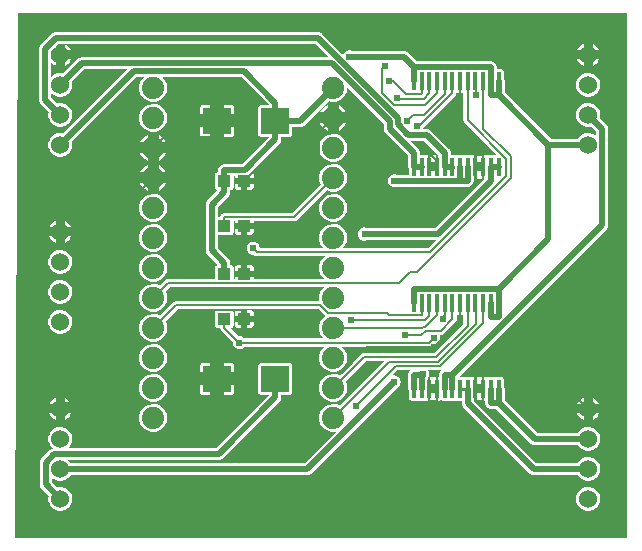
<source format=gtl>
G04 ---------------------------- Layer name :TOP LAYER*
G04 easyEDA 0.1*
G04 Scale: 100 percent, Rotated: No, Reflected: No *
G04 Dimensions in inches *
G04 leading zeros omitted , absolute positions ,2 integer and 4 * 
%FSLAX24Y24*%
%MOIN*%
G90*
G70D02*

%ADD10C,0.010000*%
%ADD11C,0.008000*%
%ADD12C,0.020000*%
%ADD13C,0.015580*%
%ADD14C,0.024000*%
%ADD15R,0.015700X0.059100*%
%ADD16R,0.093300X0.087800*%
%ADD17R,0.043300X0.039400*%
%ADD18C,0.074000*%
%ADD20C,0.060000*%

%LPD*%
%LNCopperArea outer*%
G36*
G01X0Y17800D02*
G01X100Y35300D01*
G01X20400Y35300D01*
G01X20400Y17800D01*
G01X0Y17800D01*
G37*

%LPC*%
%LNCopper Hole*%
G36*
G01X18731Y34050D02*
G01X18950Y34050D01*
G01X18950Y34265D01*
G01X18900Y34246D01*
G01X18806Y34171D01*
G01X18739Y34073D01*
G01X18731Y34050D01*
G37*
G36*
G01X19130Y20702D02*
G01X19246Y20728D01*
G01X19350Y20788D01*
G01X19430Y20873D01*
G01X19481Y20982D01*
G01X19500Y21100D01*
G01X19481Y21217D01*
G01X19430Y21326D01*
G01X19350Y21411D01*
G01X19246Y21471D01*
G01X19130Y21498D01*
G01X19010Y21490D01*
G01X18900Y21446D01*
G01X18806Y21371D01*
G01X18757Y21300D01*
G01X17396Y21300D01*
G01X16310Y22388D01*
G01X16310Y22769D01*
G01X16288Y22855D01*
G01X16288Y23065D01*
G01X16284Y23096D01*
G01X16268Y23123D01*
G01X16246Y23146D01*
G01X16218Y23161D01*
G01X16188Y23165D01*
G01X16030Y23165D01*
G01X16000Y23161D01*
G01X15980Y23150D01*
G01X15957Y23161D01*
G01X15927Y23165D01*
G01X15769Y23165D01*
G01X15739Y23161D01*
G01X15723Y23152D01*
G01X15707Y23161D01*
G01X15677Y23165D01*
G01X15638Y23165D01*
G01X15638Y22915D01*
G01X15669Y22915D01*
G01X15669Y22846D01*
G01X15650Y22769D01*
G01X15650Y22623D01*
G01X15638Y22623D01*
G01X15638Y22376D01*
G01X15650Y22376D01*
G01X15650Y22303D01*
G01X15676Y22203D01*
G01X15750Y22130D01*
G01X15850Y22103D01*
G01X16026Y22103D01*
G01X17169Y20957D01*
G01X17193Y20938D01*
G01X17222Y20921D01*
G01X17250Y20909D01*
G01X17280Y20902D01*
G01X17311Y20900D01*
G01X18757Y20900D01*
G01X18806Y20828D01*
G01X18900Y20753D01*
G01X19010Y20709D01*
G01X19130Y20702D01*
G37*
G36*
G01X4567Y21332D02*
G01X4696Y21340D01*
G01X4815Y21382D01*
G01X4919Y21455D01*
G01X5002Y21555D01*
G01X5052Y21673D01*
G01X5069Y21800D01*
G01X5052Y21926D01*
G01X5002Y22044D01*
G01X4919Y22144D01*
G01X4815Y22217D01*
G01X4696Y22259D01*
G01X4567Y22267D01*
G01X4442Y22242D01*
G01X4328Y22184D01*
G01X4236Y22096D01*
G01X4167Y21988D01*
G01X4134Y21863D01*
G01X4134Y21736D01*
G01X4167Y21611D01*
G01X4236Y21503D01*
G01X4328Y21415D01*
G01X4442Y21357D01*
G01X4567Y21332D01*
G37*
G36*
G01X19250Y34050D02*
G01X19465Y34050D01*
G01X19430Y34126D01*
G01X19350Y34211D01*
G01X19250Y34269D01*
G01X19250Y34050D01*
G37*
G36*
G01X19250Y21730D02*
G01X19350Y21788D01*
G01X19430Y21873D01*
G01X19465Y21950D01*
G01X19250Y21950D01*
G01X19250Y21730D01*
G37*
G36*
G01X1650Y21730D02*
G01X1750Y21788D01*
G01X1830Y21873D01*
G01X1865Y21950D01*
G01X1650Y21950D01*
G01X1650Y21730D01*
G37*
G36*
G01X18950Y21734D02*
G01X18950Y21950D01*
G01X18731Y21950D01*
G01X18739Y21926D01*
G01X18806Y21828D01*
G01X18900Y21753D01*
G01X18950Y21734D01*
G37*
G36*
G01X1350Y21734D02*
G01X1350Y21950D01*
G01X1132Y21950D01*
G01X1140Y21926D01*
G01X1205Y21828D01*
G01X1300Y21753D01*
G01X1350Y21734D01*
G37*
G36*
G01X19250Y22250D02*
G01X19465Y22250D01*
G01X19430Y22326D01*
G01X19350Y22411D01*
G01X19250Y22469D01*
G01X19250Y22250D01*
G37*
G36*
G01X18731Y22250D02*
G01X18950Y22250D01*
G01X18950Y22465D01*
G01X18900Y22446D01*
G01X18806Y22371D01*
G01X18739Y22273D01*
G01X18731Y22250D01*
G37*
G36*
G01X1650Y22250D02*
G01X1865Y22250D01*
G01X1830Y22326D01*
G01X1750Y22411D01*
G01X1650Y22469D01*
G01X1650Y22250D01*
G37*
G36*
G01X1132Y22250D02*
G01X1350Y22250D01*
G01X1350Y22465D01*
G01X1300Y22446D01*
G01X1205Y22371D01*
G01X1140Y22273D01*
G01X1132Y22250D01*
G37*
G36*
G01X4567Y22332D02*
G01X4696Y22340D01*
G01X4815Y22382D01*
G01X4919Y22455D01*
G01X5002Y22555D01*
G01X5052Y22673D01*
G01X5069Y22800D01*
G01X5052Y22926D01*
G01X5002Y23044D01*
G01X4919Y23144D01*
G01X4815Y23217D01*
G01X4696Y23259D01*
G01X4567Y23267D01*
G01X4442Y23242D01*
G01X4328Y23184D01*
G01X4236Y23096D01*
G01X4167Y22988D01*
G01X4134Y22863D01*
G01X4134Y22736D01*
G01X4167Y22611D01*
G01X4236Y22503D01*
G01X4328Y22415D01*
G01X4442Y22357D01*
G01X4567Y22332D01*
G37*
G36*
G01X15376Y22376D02*
G01X15418Y22376D01*
G01X15447Y22380D01*
G01X15469Y22392D01*
G01X15489Y22380D01*
G01X15519Y22376D01*
G01X15561Y22376D01*
G01X15561Y22623D01*
G01X15376Y22623D01*
G01X15376Y22376D01*
G37*
G36*
G01X13838Y22376D02*
G01X13877Y22376D01*
G01X13907Y22380D01*
G01X13930Y22392D01*
G01X13950Y22380D01*
G01X13980Y22376D01*
G01X14022Y22376D01*
G01X14022Y22623D01*
G01X13838Y22623D01*
G01X13838Y22376D01*
G37*
G36*
G01X6961Y22561D02*
G01X7196Y22561D01*
G01X7226Y22565D01*
G01X7253Y22582D01*
G01X7276Y22603D01*
G01X7292Y22632D01*
G01X7296Y22661D01*
G01X7296Y22882D01*
G01X6961Y22882D01*
G01X6961Y22561D01*
G37*
G36*
G01X6261Y22561D02*
G01X6497Y22561D01*
G01X6497Y22882D01*
G01X6161Y22882D01*
G01X6161Y22661D01*
G01X6165Y22632D01*
G01X6181Y22603D01*
G01X6203Y22582D01*
G01X6231Y22565D01*
G01X6261Y22561D01*
G37*
G36*
G01X15376Y22915D02*
G01X15561Y22915D01*
G01X15561Y23165D01*
G01X15519Y23165D01*
G01X15489Y23161D01*
G01X15469Y23150D01*
G01X15447Y23161D01*
G01X15418Y23165D01*
G01X15376Y23165D01*
G01X15376Y22915D01*
G37*
G36*
G01X13838Y22915D02*
G01X14022Y22915D01*
G01X14022Y23165D01*
G01X13980Y23165D01*
G01X13950Y23161D01*
G01X13930Y23150D01*
G01X13907Y23161D01*
G01X13877Y23165D01*
G01X13838Y23165D01*
G01X13838Y22915D01*
G37*
G36*
G01X6961Y23317D02*
G01X7296Y23317D01*
G01X7296Y23540D01*
G01X7292Y23569D01*
G01X7276Y23598D01*
G01X7253Y23619D01*
G01X7226Y23636D01*
G01X7196Y23640D01*
G01X6961Y23640D01*
G01X6961Y23317D01*
G37*
G36*
G01X6161Y23317D02*
G01X6497Y23317D01*
G01X6497Y23640D01*
G01X6261Y23640D01*
G01X6231Y23636D01*
G01X6203Y23619D01*
G01X6181Y23598D01*
G01X6165Y23569D01*
G01X6161Y23540D01*
G01X6161Y23317D01*
G37*
G36*
G01X4567Y23332D02*
G01X4696Y23340D01*
G01X4815Y23382D01*
G01X4919Y23455D01*
G01X5002Y23555D01*
G01X5052Y23673D01*
G01X5069Y23800D01*
G01X5052Y23926D01*
G01X5002Y24044D01*
G01X4919Y24144D01*
G01X4815Y24217D01*
G01X4696Y24259D01*
G01X4567Y24267D01*
G01X4442Y24242D01*
G01X4328Y24184D01*
G01X4236Y24096D01*
G01X4167Y23988D01*
G01X4134Y23863D01*
G01X4134Y23736D01*
G01X4167Y23611D01*
G01X4236Y23503D01*
G01X4328Y23415D01*
G01X4442Y23357D01*
G01X4567Y23332D01*
G37*
G36*
G01X18950Y33534D02*
G01X18950Y33750D01*
G01X18731Y33750D01*
G01X18739Y33726D01*
G01X18806Y33628D01*
G01X18900Y33554D01*
G01X18950Y33534D01*
G37*
G36*
G01X19250Y33530D02*
G01X19350Y33588D01*
G01X19430Y33673D01*
G01X19465Y33750D01*
G01X19250Y33750D01*
G01X19250Y33530D01*
G37*
G36*
G01X19130Y32502D02*
G01X19246Y32528D01*
G01X19350Y32588D01*
G01X19430Y32673D01*
G01X19481Y32782D01*
G01X19500Y32900D01*
G01X19481Y33017D01*
G01X19430Y33126D01*
G01X19350Y33211D01*
G01X19246Y33271D01*
G01X19130Y33298D01*
G01X19010Y33290D01*
G01X18900Y33246D01*
G01X18806Y33171D01*
G01X18739Y33073D01*
G01X18703Y32959D01*
G01X18703Y32840D01*
G01X18739Y32726D01*
G01X18806Y32628D01*
G01X18900Y32553D01*
G01X19010Y32509D01*
G01X19130Y32502D01*
G37*
G36*
G01X1530Y24602D02*
G01X1646Y24628D01*
G01X1750Y24688D01*
G01X1830Y24773D01*
G01X1882Y24882D01*
G01X1900Y25000D01*
G01X1882Y25117D01*
G01X1830Y25226D01*
G01X1750Y25311D01*
G01X1646Y25371D01*
G01X1530Y25398D01*
G01X1409Y25390D01*
G01X1300Y25346D01*
G01X1205Y25271D01*
G01X1140Y25173D01*
G01X1103Y25059D01*
G01X1103Y24940D01*
G01X1140Y24826D01*
G01X1205Y24728D01*
G01X1300Y24653D01*
G01X1409Y24609D01*
G01X1530Y24602D01*
G37*
G36*
G01X7738Y24803D02*
G01X7846Y24803D01*
G01X7876Y24807D01*
G01X7903Y24823D01*
G01X7926Y24846D01*
G01X7942Y24873D01*
G01X7946Y24903D01*
G01X7946Y25002D01*
G01X7738Y25002D01*
G01X7738Y24803D01*
G37*
G36*
G01X7411Y24803D02*
G01X7522Y24803D01*
G01X7522Y25002D01*
G01X7311Y25002D01*
G01X7311Y24903D01*
G01X7315Y24873D01*
G01X7331Y24846D01*
G01X7353Y24823D01*
G01X7381Y24807D01*
G01X7411Y24803D01*
G37*
G36*
G01X6161Y31917D02*
G01X6497Y31917D01*
G01X6497Y32240D01*
G01X6261Y32240D01*
G01X6231Y32236D01*
G01X6203Y32219D01*
G01X6181Y32198D01*
G01X6165Y32169D01*
G01X6161Y32140D01*
G01X6161Y31917D01*
G37*
G36*
G01X6961Y31917D02*
G01X7296Y31917D01*
G01X7296Y32140D01*
G01X7292Y32169D01*
G01X7276Y32198D01*
G01X7253Y32219D01*
G01X7226Y32236D01*
G01X7196Y32240D01*
G01X6961Y32240D01*
G01X6961Y31917D01*
G37*
G36*
G01X7738Y25198D02*
G01X7946Y25198D01*
G01X7946Y25298D01*
G01X7942Y25328D01*
G01X7926Y25355D01*
G01X7903Y25378D01*
G01X7876Y25394D01*
G01X7846Y25398D01*
G01X7738Y25398D01*
G01X7738Y25198D01*
G37*
G36*
G01X7311Y25198D02*
G01X7522Y25198D01*
G01X7522Y25398D01*
G01X7411Y25398D01*
G01X7381Y25394D01*
G01X7353Y25378D01*
G01X7331Y25355D01*
G01X7315Y25328D01*
G01X7311Y25298D01*
G01X7311Y25198D01*
G37*
G36*
G01X4567Y31332D02*
G01X4696Y31340D01*
G01X4815Y31382D01*
G01X4919Y31455D01*
G01X5002Y31555D01*
G01X5052Y31673D01*
G01X5069Y31800D01*
G01X5052Y31926D01*
G01X5002Y32044D01*
G01X4919Y32144D01*
G01X4815Y32217D01*
G01X4696Y32259D01*
G01X4567Y32267D01*
G01X4442Y32242D01*
G01X4328Y32184D01*
G01X4236Y32096D01*
G01X4167Y31988D01*
G01X4134Y31863D01*
G01X4134Y31736D01*
G01X4167Y31611D01*
G01X4236Y31503D01*
G01X4328Y31415D01*
G01X4442Y31357D01*
G01X4567Y31332D01*
G37*
G36*
G01X6261Y31161D02*
G01X6497Y31161D01*
G01X6497Y31482D01*
G01X6161Y31482D01*
G01X6161Y31261D01*
G01X6165Y31232D01*
G01X6181Y31203D01*
G01X6203Y31182D01*
G01X6231Y31165D01*
G01X6261Y31161D01*
G37*
G36*
G01X1530Y25602D02*
G01X1646Y25628D01*
G01X1750Y25688D01*
G01X1830Y25773D01*
G01X1882Y25882D01*
G01X1900Y26000D01*
G01X1882Y26117D01*
G01X1830Y26226D01*
G01X1750Y26311D01*
G01X1646Y26371D01*
G01X1530Y26398D01*
G01X1409Y26390D01*
G01X1300Y26346D01*
G01X1205Y26271D01*
G01X1140Y26173D01*
G01X1103Y26059D01*
G01X1103Y25940D01*
G01X1140Y25826D01*
G01X1205Y25728D01*
G01X1300Y25653D01*
G01X1409Y25609D01*
G01X1530Y25602D01*
G37*
G36*
G01X4567Y26332D02*
G01X4696Y26340D01*
G01X4815Y26382D01*
G01X4919Y26455D01*
G01X5002Y26555D01*
G01X5052Y26673D01*
G01X5069Y26800D01*
G01X5052Y26926D01*
G01X5002Y27044D01*
G01X4919Y27144D01*
G01X4815Y27217D01*
G01X4696Y27259D01*
G01X4567Y27267D01*
G01X4442Y27242D01*
G01X4328Y27184D01*
G01X4236Y27096D01*
G01X4167Y26988D01*
G01X4134Y26863D01*
G01X4134Y26736D01*
G01X4167Y26611D01*
G01X4236Y26503D01*
G01X4328Y26415D01*
G01X4442Y26357D01*
G01X4567Y26332D01*
G37*
G36*
G01X6961Y31161D02*
G01X7196Y31161D01*
G01X7226Y31165D01*
G01X7253Y31182D01*
G01X7276Y31203D01*
G01X7292Y31232D01*
G01X7296Y31261D01*
G01X7296Y31482D01*
G01X6961Y31482D01*
G01X6961Y31161D01*
G37*
G36*
G01X4165Y30984D02*
G01X4415Y30984D01*
G01X4415Y31228D01*
G01X4328Y31184D01*
G01X4236Y31096D01*
G01X4167Y30988D01*
G01X4165Y30984D01*
G37*
G36*
G01X1530Y26602D02*
G01X1646Y26628D01*
G01X1750Y26688D01*
G01X1830Y26773D01*
G01X1882Y26882D01*
G01X1900Y27000D01*
G01X1882Y27117D01*
G01X1830Y27226D01*
G01X1750Y27311D01*
G01X1646Y27371D01*
G01X1530Y27398D01*
G01X1409Y27390D01*
G01X1300Y27346D01*
G01X1205Y27271D01*
G01X1140Y27173D01*
G01X1103Y27059D01*
G01X1103Y26940D01*
G01X1140Y26826D01*
G01X1205Y26728D01*
G01X1300Y26653D01*
G01X1409Y26609D01*
G01X1530Y26602D01*
G37*
G36*
G01X4784Y30984D02*
G01X5027Y30984D01*
G01X5002Y31044D01*
G01X4919Y31144D01*
G01X4815Y31217D01*
G01X4784Y31230D01*
G01X4784Y30984D01*
G37*
G36*
G01X4415Y30371D02*
G01X4415Y30615D01*
G01X4165Y30615D01*
G01X4167Y30611D01*
G01X4236Y30503D01*
G01X4328Y30415D01*
G01X4415Y30371D01*
G37*
G36*
G01X4567Y27332D02*
G01X4696Y27340D01*
G01X4815Y27382D01*
G01X4919Y27455D01*
G01X5002Y27555D01*
G01X5052Y27673D01*
G01X5069Y27800D01*
G01X5052Y27926D01*
G01X5002Y28044D01*
G01X4919Y28144D01*
G01X4815Y28217D01*
G01X4696Y28259D01*
G01X4567Y28267D01*
G01X4442Y28242D01*
G01X4328Y28184D01*
G01X4236Y28096D01*
G01X4167Y27988D01*
G01X4134Y27863D01*
G01X4134Y27736D01*
G01X4167Y27611D01*
G01X4236Y27503D01*
G01X4328Y27415D01*
G01X4442Y27357D01*
G01X4567Y27332D01*
G37*
G36*
G01X1650Y27630D02*
G01X1750Y27688D01*
G01X1830Y27773D01*
G01X1865Y27850D01*
G01X1650Y27850D01*
G01X1650Y27630D01*
G37*
G36*
G01X1350Y27634D02*
G01X1350Y27850D01*
G01X1132Y27850D01*
G01X1140Y27826D01*
G01X1205Y27728D01*
G01X1300Y27653D01*
G01X1350Y27634D01*
G37*
G36*
G01X4784Y30369D02*
G01X4815Y30382D01*
G01X4919Y30455D01*
G01X5002Y30555D01*
G01X5027Y30615D01*
G01X4784Y30615D01*
G01X4784Y30369D01*
G37*
G36*
G01X1530Y18702D02*
G01X1646Y18728D01*
G01X1750Y18788D01*
G01X1830Y18873D01*
G01X1882Y18982D01*
G01X1900Y19100D01*
G01X1882Y19217D01*
G01X1830Y19326D01*
G01X1750Y19411D01*
G01X1646Y19471D01*
G01X1530Y19498D01*
G01X1409Y19490D01*
G01X1398Y19486D01*
G01X1209Y19673D01*
G01X1209Y19823D01*
G01X1300Y19753D01*
G01X1409Y19709D01*
G01X1530Y19702D01*
G01X1646Y19728D01*
G01X1750Y19788D01*
G01X1830Y19873D01*
G01X1842Y19900D01*
G01X9734Y19900D01*
G01X9765Y19902D01*
G01X9796Y19909D01*
G01X9823Y19921D01*
G01X9852Y19938D01*
G01X9876Y19957D01*
G01X12714Y22796D01*
G01X12780Y22834D01*
G01X12831Y22907D01*
G01X12852Y22998D01*
G01X12831Y23088D01*
G01X12780Y23161D01*
G01X12700Y23207D01*
G01X12610Y23215D01*
G01X12547Y23196D01*
G01X12731Y23380D01*
G01X13160Y23380D01*
G01X13115Y23336D01*
G01X13089Y23236D01*
G01X13089Y22769D01*
G01X13110Y22694D01*
G01X13110Y22476D01*
G01X13114Y22446D01*
G01X13130Y22417D01*
G01X13152Y22396D01*
G01X13180Y22380D01*
G01X13210Y22376D01*
G01X13368Y22376D01*
G01X13397Y22380D01*
G01X13419Y22392D01*
G01X13439Y22380D01*
G01X13469Y22376D01*
G01X13627Y22376D01*
G01X13657Y22380D01*
G01X13673Y22390D01*
G01X13689Y22380D01*
G01X13719Y22376D01*
G01X13761Y22376D01*
G01X13761Y22623D01*
G01X13727Y22623D01*
G01X13727Y22686D01*
G01X13750Y22769D01*
G01X13750Y22915D01*
G01X13761Y22915D01*
G01X13761Y23150D01*
G01X13784Y23182D01*
G01X13803Y23271D01*
G01X13784Y23361D01*
G01X13772Y23380D01*
G01X14161Y23380D01*
G01X14184Y23382D01*
G01X14193Y23384D01*
G01X14146Y23336D01*
G01X14119Y23236D01*
G01X14119Y23165D01*
G01X14097Y23165D01*
G01X14097Y22915D01*
G01X14119Y22915D01*
G01X14119Y22769D01*
G01X14139Y22694D01*
G01X14139Y22623D01*
G01X14097Y22623D01*
G01X14097Y22376D01*
G01X14138Y22376D01*
G01X14168Y22380D01*
G01X14189Y22392D01*
G01X14210Y22380D01*
G01X14239Y22376D01*
G01X14397Y22376D01*
G01X14427Y22380D01*
G01X14443Y22390D01*
G01X14460Y22380D01*
G01X14489Y22376D01*
G01X14647Y22376D01*
G01X14677Y22380D01*
G01X14700Y22392D01*
G01X14719Y22380D01*
G01X14750Y22376D01*
G01X14880Y22376D01*
G01X14880Y22298D01*
G01X14881Y22265D01*
G01X14889Y22236D01*
G01X14902Y22207D01*
G01X14918Y22180D01*
G01X14938Y22155D01*
G01X17135Y19957D01*
G01X17160Y19938D01*
G01X17188Y19921D01*
G01X17215Y19909D01*
G01X17246Y19902D01*
G01X17277Y19900D01*
G01X18757Y19900D01*
G01X18806Y19828D01*
G01X18900Y19753D01*
G01X19010Y19709D01*
G01X19130Y19702D01*
G01X19246Y19728D01*
G01X19350Y19788D01*
G01X19430Y19873D01*
G01X19481Y19982D01*
G01X19500Y20100D01*
G01X19481Y20217D01*
G01X19430Y20326D01*
G01X19350Y20411D01*
G01X19246Y20471D01*
G01X19130Y20498D01*
G01X19010Y20490D01*
G01X18900Y20446D01*
G01X18806Y20371D01*
G01X18757Y20300D01*
G01X17361Y20300D01*
G01X15285Y22376D01*
G01X15300Y22376D01*
G01X15300Y22623D01*
G01X15280Y22623D01*
G01X15280Y22769D01*
G01X15257Y22855D01*
G01X15257Y22915D01*
G01X15300Y22915D01*
G01X15300Y23165D01*
G01X15260Y23165D01*
G01X15230Y23161D01*
G01X15210Y23150D01*
G01X15188Y23161D01*
G01X15157Y23165D01*
G01X15000Y23165D01*
G01X14969Y23161D01*
G01X14953Y23152D01*
G01X14938Y23161D01*
G01X14907Y23165D01*
G01X14784Y23165D01*
G01X19711Y28094D01*
G01X19731Y28117D01*
G01X19747Y28146D01*
G01X19760Y28173D01*
G01X19768Y28203D01*
G01X19769Y28236D01*
G01X19769Y31430D01*
G01X19768Y31461D01*
G01X19760Y31492D01*
G01X19747Y31519D01*
G01X19731Y31548D01*
G01X19711Y31571D01*
G01X19484Y31800D01*
G01X19500Y31900D01*
G01X19481Y32017D01*
G01X19430Y32126D01*
G01X19350Y32211D01*
G01X19246Y32271D01*
G01X19130Y32298D01*
G01X19010Y32290D01*
G01X18900Y32246D01*
G01X18806Y32171D01*
G01X18739Y32073D01*
G01X18703Y31959D01*
G01X18703Y31840D01*
G01X18739Y31726D01*
G01X18806Y31628D01*
G01X18900Y31553D01*
G01X19010Y31509D01*
G01X19130Y31502D01*
G01X19197Y31517D01*
G01X19369Y31346D01*
G01X19369Y31190D01*
G01X19350Y31211D01*
G01X19246Y31271D01*
G01X19130Y31298D01*
G01X19010Y31290D01*
G01X18900Y31246D01*
G01X18806Y31171D01*
G01X18757Y31100D01*
G01X17856Y31100D01*
G01X16310Y32648D01*
G01X16310Y33030D01*
G01X16288Y33113D01*
G01X16288Y33326D01*
G01X16284Y33355D01*
G01X16268Y33384D01*
G01X16246Y33405D01*
G01X16218Y33421D01*
G01X16188Y33426D01*
G01X16050Y33426D01*
G01X16050Y33496D01*
G01X16023Y33596D01*
G01X15950Y33669D01*
G01X15850Y33696D01*
G01X13373Y33696D01*
G01X13085Y33984D01*
G01X13061Y34004D01*
G01X13034Y34019D01*
G01X13006Y34032D01*
G01X12976Y34040D01*
G01X12943Y34042D01*
G01X11223Y34042D01*
G01X11206Y34052D01*
G01X11115Y34059D01*
G01X11027Y34032D01*
G01X10960Y33971D01*
G01X10930Y33904D01*
G01X10234Y34600D01*
G01X10210Y34619D01*
G01X10181Y34636D01*
G01X10153Y34648D01*
G01X10123Y34655D01*
G01X10092Y34657D01*
G01X1342Y34657D01*
G01X1309Y34655D01*
G01X1280Y34648D01*
G01X1251Y34636D01*
G01X1223Y34619D01*
G01X1200Y34600D01*
G01X851Y34252D01*
G01X832Y34228D01*
G01X815Y34200D01*
G01X803Y34171D01*
G01X796Y34142D01*
G01X794Y34109D01*
G01X794Y32405D01*
G01X796Y32373D01*
G01X803Y32344D01*
G01X815Y32315D01*
G01X832Y32288D01*
G01X851Y32263D01*
G01X1115Y32000D01*
G01X1103Y31959D01*
G01X1103Y31840D01*
G01X1140Y31726D01*
G01X1205Y31628D01*
G01X1300Y31553D01*
G01X1409Y31509D01*
G01X1530Y31502D01*
G01X1646Y31528D01*
G01X1750Y31588D01*
G01X1830Y31673D01*
G01X1882Y31782D01*
G01X1900Y31900D01*
G01X1882Y32017D01*
G01X1830Y32126D01*
G01X1750Y32211D01*
G01X1646Y32271D01*
G01X1530Y32298D01*
G01X1409Y32290D01*
G01X1398Y32286D01*
G01X1194Y32490D01*
G01X1194Y32646D01*
G01X1205Y32628D01*
G01X1300Y32553D01*
G01X1409Y32509D01*
G01X1530Y32502D01*
G01X1646Y32528D01*
G01X1750Y32588D01*
G01X1830Y32673D01*
G01X1882Y32782D01*
G01X1900Y32900D01*
G01X1884Y33002D01*
G01X2300Y33417D01*
G01X3732Y33417D01*
G01X1598Y31282D01*
G01X1530Y31298D01*
G01X1409Y31290D01*
G01X1300Y31246D01*
G01X1205Y31171D01*
G01X1140Y31073D01*
G01X1103Y30959D01*
G01X1103Y30840D01*
G01X1140Y30726D01*
G01X1205Y30628D01*
G01X1300Y30553D01*
G01X1409Y30509D01*
G01X1530Y30502D01*
G01X1646Y30528D01*
G01X1750Y30588D01*
G01X1830Y30673D01*
G01X1882Y30782D01*
G01X1900Y30900D01*
G01X1884Y31000D01*
G01X4030Y33148D01*
G01X4290Y33148D01*
G01X4236Y33096D01*
G01X4167Y32988D01*
G01X4134Y32863D01*
G01X4134Y32736D01*
G01X4167Y32611D01*
G01X4236Y32503D01*
G01X4328Y32415D01*
G01X4442Y32357D01*
G01X4567Y32332D01*
G01X4696Y32340D01*
G01X4815Y32382D01*
G01X4919Y32455D01*
G01X5002Y32555D01*
G01X5052Y32673D01*
G01X5069Y32800D01*
G01X5052Y32926D01*
G01X5002Y33044D01*
G01X4919Y33144D01*
G01X4914Y33148D01*
G01X7546Y33148D01*
G01X8456Y32240D01*
G01X8202Y32240D01*
G01X8172Y32236D01*
G01X8143Y32219D01*
G01X8122Y32198D01*
G01X8106Y32169D01*
G01X8102Y32140D01*
G01X8102Y31261D01*
G01X8106Y31232D01*
G01X8122Y31203D01*
G01X8143Y31182D01*
G01X8172Y31165D01*
G01X8202Y31161D01*
G01X8456Y31161D01*
G01X7561Y30267D01*
G01X6969Y30267D01*
G01X6869Y30242D01*
G01X6796Y30167D01*
G01X6769Y30067D01*
G01X6769Y29998D01*
G01X6752Y29998D01*
G01X6722Y29994D01*
G01X6693Y29978D01*
G01X6672Y29955D01*
G01X6656Y29928D01*
G01X6652Y29898D01*
G01X6652Y29503D01*
G01X6656Y29473D01*
G01X6672Y29446D01*
G01X6693Y29423D01*
G01X6722Y29407D01*
G01X6752Y29403D01*
G01X6756Y29403D01*
G01X6402Y29052D01*
G01X6381Y29028D01*
G01X6365Y29002D01*
G01X6353Y28971D01*
G01X6346Y28942D01*
G01X6343Y28909D01*
G01X6343Y27392D01*
G01X6346Y27359D01*
G01X6353Y27330D01*
G01X6365Y27300D01*
G01X6381Y27273D01*
G01X6402Y27250D01*
G01X6756Y26898D01*
G01X6752Y26898D01*
G01X6722Y26894D01*
G01X6693Y26878D01*
G01X6672Y26855D01*
G01X6656Y26828D01*
G01X6652Y26798D01*
G01X6652Y26434D01*
G01X5092Y26434D01*
G01X5069Y26432D01*
G01X5047Y26428D01*
G01X5027Y26417D01*
G01X5010Y26407D01*
G01X4992Y26392D01*
G01X4818Y26215D01*
G01X4815Y26217D01*
G01X4696Y26259D01*
G01X4567Y26267D01*
G01X4442Y26242D01*
G01X4328Y26184D01*
G01X4236Y26096D01*
G01X4167Y25988D01*
G01X4134Y25863D01*
G01X4134Y25736D01*
G01X4167Y25611D01*
G01X4236Y25503D01*
G01X4328Y25415D01*
G01X4442Y25357D01*
G01X4567Y25332D01*
G01X4696Y25340D01*
G01X4815Y25382D01*
G01X4919Y25455D01*
G01X5002Y25555D01*
G01X5052Y25673D01*
G01X5069Y25800D01*
G01X5052Y25926D01*
G01X5014Y26015D01*
G01X5150Y26153D01*
G01X10296Y26153D01*
G01X10235Y26096D01*
G01X10168Y25988D01*
G01X10134Y25863D01*
G01X10134Y25736D01*
G01X10146Y25694D01*
G01X5352Y25694D01*
G01X5330Y25692D01*
G01X5307Y25688D01*
G01X5288Y25678D01*
G01X5269Y25667D01*
G01X5252Y25652D01*
G01X4818Y25215D01*
G01X4815Y25217D01*
G01X4696Y25259D01*
G01X4567Y25267D01*
G01X4442Y25242D01*
G01X4328Y25184D01*
G01X4236Y25096D01*
G01X4167Y24988D01*
G01X4134Y24863D01*
G01X4134Y24736D01*
G01X4167Y24611D01*
G01X4236Y24503D01*
G01X4328Y24415D01*
G01X4442Y24357D01*
G01X4567Y24332D01*
G01X4696Y24340D01*
G01X4815Y24382D01*
G01X4919Y24455D01*
G01X5002Y24555D01*
G01X5052Y24673D01*
G01X5069Y24800D01*
G01X5052Y24926D01*
G01X5014Y25015D01*
G01X5410Y25413D01*
G01X10110Y25413D01*
G01X10335Y25188D01*
G01X10327Y25184D01*
G01X10235Y25096D01*
G01X10168Y24988D01*
G01X10134Y24863D01*
G01X10134Y24736D01*
G01X10168Y24611D01*
G01X10235Y24503D01*
G01X10292Y24450D01*
G01X7635Y24450D01*
G01X7619Y24471D01*
G01X7539Y24517D01*
G01X7450Y24526D01*
G01X7446Y24523D01*
G01X7165Y24803D01*
G01X7185Y24803D01*
G01X7215Y24807D01*
G01X7243Y24823D01*
G01X7265Y24846D01*
G01X7281Y24873D01*
G01X7285Y24903D01*
G01X7285Y25298D01*
G01X7281Y25328D01*
G01X7265Y25355D01*
G01X7243Y25378D01*
G01X7215Y25394D01*
G01X7185Y25398D01*
G01X6752Y25398D01*
G01X6722Y25394D01*
G01X6693Y25378D01*
G01X6672Y25355D01*
G01X6656Y25328D01*
G01X6652Y25298D01*
G01X6652Y24903D01*
G01X6656Y24873D01*
G01X6672Y24846D01*
G01X6693Y24823D01*
G01X6722Y24807D01*
G01X6752Y24803D01*
G01X6830Y24803D01*
G01X6834Y24792D01*
G01X6831Y24782D01*
G01X6843Y24759D01*
G01X6856Y24721D01*
G01X6868Y24711D01*
G01X6872Y24705D01*
G01X7256Y24321D01*
G01X7256Y24261D01*
G01X7293Y24178D01*
G01X7361Y24117D01*
G01X7450Y24090D01*
G01X7539Y24098D01*
G01X7619Y24144D01*
G01X7638Y24169D01*
G01X10314Y24169D01*
G01X10235Y24096D01*
G01X10168Y23988D01*
G01X10134Y23863D01*
G01X10134Y23736D01*
G01X10168Y23611D01*
G01X10235Y23503D01*
G01X10327Y23415D01*
G01X10442Y23357D01*
G01X10568Y23332D01*
G01X10696Y23340D01*
G01X10815Y23382D01*
G01X10919Y23455D01*
G01X11002Y23555D01*
G01X11052Y23673D01*
G01X11069Y23800D01*
G01X11052Y23926D01*
G01X11002Y24044D01*
G01X10919Y24144D01*
G01X10884Y24169D01*
G01X13796Y24169D01*
G01X13818Y24171D01*
G01X13839Y24176D01*
G01X13860Y24186D01*
G01X13877Y24196D01*
G01X13927Y24246D01*
G01X13930Y24246D01*
G01X14019Y24253D01*
G01X14100Y24300D01*
G01X14152Y24373D01*
G01X14172Y24463D01*
G01X14152Y24553D01*
G01X14177Y24553D01*
G01X14200Y24555D01*
G01X14222Y24559D01*
G01X14242Y24569D01*
G01X14260Y24580D01*
G01X14684Y25003D01*
G01X14693Y25021D01*
G01X14703Y25042D01*
G01X14707Y25063D01*
G01X14710Y25086D01*
G01X14710Y25246D01*
G01X14719Y25240D01*
G01X14750Y25236D01*
G01X14792Y25236D01*
G01X14792Y25484D01*
G01X14747Y25484D01*
G01X14747Y25776D01*
G01X14792Y25776D01*
G01X14792Y25896D01*
G01X14868Y25896D01*
G01X14868Y25776D01*
G01X14900Y25776D01*
G01X14900Y25484D01*
G01X14868Y25484D01*
G01X14868Y25236D01*
G01X14907Y25236D01*
G01X14938Y25240D01*
G01X14939Y25242D01*
G01X14939Y24926D01*
G01X13973Y23959D01*
G01X11618Y23959D01*
G01X11596Y23957D01*
G01X11573Y23953D01*
G01X11553Y23944D01*
G01X11535Y23934D01*
G01X11518Y23917D01*
G01X10818Y23215D01*
G01X10815Y23217D01*
G01X10696Y23259D01*
G01X10568Y23267D01*
G01X10442Y23242D01*
G01X10327Y23184D01*
G01X10235Y23096D01*
G01X10168Y22988D01*
G01X10134Y22863D01*
G01X10134Y22736D01*
G01X10168Y22611D01*
G01X10235Y22503D01*
G01X10327Y22415D01*
G01X10442Y22357D01*
G01X10568Y22332D01*
G01X10696Y22340D01*
G01X10815Y22382D01*
G01X10919Y22455D01*
G01X11002Y22555D01*
G01X11052Y22673D01*
G01X11069Y22800D01*
G01X11052Y22926D01*
G01X11014Y23015D01*
G01X11676Y23680D01*
G01X12280Y23680D01*
G01X10818Y22215D01*
G01X10815Y22217D01*
G01X10696Y22259D01*
G01X10568Y22267D01*
G01X10442Y22242D01*
G01X10327Y22184D01*
G01X10235Y22096D01*
G01X10168Y21988D01*
G01X10134Y21863D01*
G01X10134Y21736D01*
G01X10168Y21611D01*
G01X10235Y21503D01*
G01X10327Y21415D01*
G01X10442Y21357D01*
G01X10568Y21332D01*
G01X10689Y21340D01*
G01X9650Y20300D01*
G01X1842Y20300D01*
G01X1830Y20326D01*
G01X1761Y20400D01*
G01X6777Y20400D01*
G01X6810Y20402D01*
G01X6839Y20409D01*
G01X6868Y20421D01*
G01X6896Y20438D01*
G01X6919Y20457D01*
G01X8811Y22350D01*
G01X8827Y22376D01*
G01X8843Y22392D01*
G01X8850Y22415D01*
G01X8864Y22440D01*
G01X8864Y22469D01*
G01X8869Y22492D01*
G01X8869Y22561D01*
G01X9135Y22561D01*
G01X9165Y22565D01*
G01X9193Y22582D01*
G01X9215Y22603D01*
G01X9231Y22632D01*
G01X9235Y22661D01*
G01X9235Y23540D01*
G01X9231Y23569D01*
G01X9215Y23598D01*
G01X9193Y23619D01*
G01X9165Y23636D01*
G01X9135Y23640D01*
G01X8202Y23640D01*
G01X8172Y23636D01*
G01X8143Y23619D01*
G01X8122Y23598D01*
G01X8106Y23569D01*
G01X8102Y23540D01*
G01X8102Y22661D01*
G01X8106Y22632D01*
G01X8122Y22603D01*
G01X8143Y22582D01*
G01X8172Y22565D01*
G01X8202Y22561D01*
G01X8456Y22561D01*
G01X6693Y20800D01*
G01X1761Y20800D01*
G01X1830Y20873D01*
G01X1882Y20982D01*
G01X1900Y21100D01*
G01X1882Y21217D01*
G01X1830Y21326D01*
G01X1750Y21411D01*
G01X1646Y21471D01*
G01X1530Y21498D01*
G01X1409Y21490D01*
G01X1300Y21446D01*
G01X1205Y21371D01*
G01X1140Y21273D01*
G01X1103Y21159D01*
G01X1103Y21040D01*
G01X1140Y20926D01*
G01X1205Y20828D01*
G01X1251Y20792D01*
G01X1242Y20790D01*
G01X1213Y20778D01*
G01X1186Y20761D01*
G01X1161Y20742D01*
G01X867Y20448D01*
G01X848Y20423D01*
G01X832Y20396D01*
G01X819Y20367D01*
G01X811Y20338D01*
G01X809Y20305D01*
G01X809Y19590D01*
G01X811Y19557D01*
G01X819Y19528D01*
G01X832Y19500D01*
G01X848Y19471D01*
G01X867Y19448D01*
G01X1115Y19200D01*
G01X1103Y19159D01*
G01X1103Y19040D01*
G01X1140Y18926D01*
G01X1205Y18828D01*
G01X1300Y18753D01*
G01X1409Y18709D01*
G01X1530Y18702D01*
G37*
G36*
G01X19130Y18702D02*
G01X19246Y18728D01*
G01X19350Y18788D01*
G01X19430Y18873D01*
G01X19481Y18982D01*
G01X19500Y19100D01*
G01X19481Y19217D01*
G01X19430Y19326D01*
G01X19350Y19411D01*
G01X19246Y19471D01*
G01X19130Y19498D01*
G01X19010Y19490D01*
G01X18900Y19446D01*
G01X18806Y19371D01*
G01X18739Y19273D01*
G01X18703Y19159D01*
G01X18703Y19040D01*
G01X18739Y18926D01*
G01X18806Y18828D01*
G01X18900Y18753D01*
G01X19010Y18709D01*
G01X19130Y18702D01*
G37*
G36*
G01X1650Y28150D02*
G01X1865Y28150D01*
G01X1830Y28226D01*
G01X1750Y28311D01*
G01X1650Y28369D01*
G01X1650Y28150D01*
G37*
G36*
G01X1132Y28150D02*
G01X1350Y28150D01*
G01X1350Y28365D01*
G01X1300Y28346D01*
G01X1205Y28271D01*
G01X1140Y28173D01*
G01X1132Y28150D01*
G37*
G36*
G01X4165Y29984D02*
G01X4415Y29984D01*
G01X4415Y30228D01*
G01X4328Y30184D01*
G01X4236Y30096D01*
G01X4167Y29988D01*
G01X4165Y29984D01*
G37*
G36*
G01X4567Y28332D02*
G01X4696Y28340D01*
G01X4815Y28382D01*
G01X4919Y28455D01*
G01X5002Y28555D01*
G01X5052Y28673D01*
G01X5069Y28800D01*
G01X5052Y28926D01*
G01X5002Y29044D01*
G01X4919Y29144D01*
G01X4815Y29217D01*
G01X4696Y29259D01*
G01X4567Y29267D01*
G01X4442Y29242D01*
G01X4328Y29184D01*
G01X4236Y29096D01*
G01X4167Y28988D01*
G01X4134Y28863D01*
G01X4134Y28736D01*
G01X4167Y28611D01*
G01X4236Y28503D01*
G01X4328Y28415D01*
G01X4442Y28357D01*
G01X4567Y28332D01*
G37*
G36*
G01X4784Y29369D02*
G01X4815Y29382D01*
G01X4919Y29455D01*
G01X5002Y29555D01*
G01X5027Y29615D01*
G01X4784Y29615D01*
G01X4784Y29369D01*
G37*
G36*
G01X4415Y29371D02*
G01X4415Y29615D01*
G01X4165Y29615D01*
G01X4167Y29611D01*
G01X4236Y29503D01*
G01X4328Y29415D01*
G01X4415Y29371D01*
G37*
G36*
G01X4784Y29984D02*
G01X5027Y29984D01*
G01X5002Y30044D01*
G01X4919Y30144D01*
G01X4815Y30217D01*
G01X4784Y30230D01*
G01X4784Y29984D01*
G37*

%LPD*%
%LNCopperArea outer*%
G36*
G01X7285Y26434D02*
G01X7285Y26798D01*
G01X7281Y26828D01*
G01X7265Y26855D01*
G01X7243Y26878D01*
G01X7215Y26894D01*
G01X7185Y26898D01*
G01X7169Y26898D01*
G01X7169Y26967D01*
G01X7164Y26992D01*
G01X7164Y27019D01*
G01X7150Y27044D01*
G01X7143Y27067D01*
G01X7126Y27086D01*
G01X7111Y27109D01*
G01X6743Y27476D01*
G01X6743Y27905D01*
G01X6752Y27903D01*
G01X7185Y27903D01*
G01X7215Y27907D01*
G01X7243Y27923D01*
G01X7265Y27946D01*
G01X7281Y27973D01*
G01X7285Y28003D01*
G01X7285Y28357D01*
G01X7311Y28357D01*
G01X7311Y28298D01*
G01X7522Y28298D01*
G01X7522Y28357D01*
G01X7738Y28357D01*
G01X7738Y28298D01*
G01X7946Y28298D01*
G01X7946Y28357D01*
G01X9296Y28357D01*
G01X9318Y28359D01*
G01X9339Y28363D01*
G01X9360Y28373D01*
G01X9377Y28384D01*
G01X9393Y28398D01*
G01X10384Y29388D01*
G01X10442Y29357D01*
G01X10568Y29332D01*
G01X10696Y29340D01*
G01X10815Y29382D01*
G01X10919Y29455D01*
G01X11002Y29555D01*
G01X11052Y29673D01*
G01X11069Y29800D01*
G01X11052Y29926D01*
G01X11002Y30044D01*
G01X10919Y30144D01*
G01X10815Y30217D01*
G01X10696Y30259D01*
G01X10568Y30267D01*
G01X10442Y30242D01*
G01X10327Y30184D01*
G01X10235Y30096D01*
G01X10168Y29988D01*
G01X10134Y29863D01*
G01X10134Y29736D01*
G01X10168Y29611D01*
G01X10185Y29584D01*
G01X9238Y28638D01*
G01X6969Y28638D01*
G01X6952Y28632D01*
G01X6926Y28632D01*
G01X6907Y28617D01*
G01X6888Y28611D01*
G01X6873Y28594D01*
G01X6856Y28580D01*
G01X6850Y28559D01*
G01X6835Y28542D01*
G01X6835Y28515D01*
G01X6830Y28498D01*
G01X6752Y28498D01*
G01X6743Y28496D01*
G01X6743Y28826D01*
G01X7111Y29192D01*
G01X7127Y29217D01*
G01X7143Y29234D01*
G01X7150Y29257D01*
G01X7164Y29282D01*
G01X7164Y29309D01*
G01X7169Y29334D01*
G01X7169Y29403D01*
G01X7185Y29403D01*
G01X7215Y29407D01*
G01X7243Y29423D01*
G01X7265Y29446D01*
G01X7281Y29473D01*
G01X7285Y29503D01*
G01X7285Y29867D01*
G01X7311Y29867D01*
G01X7311Y29798D01*
G01X7522Y29798D01*
G01X7522Y29867D01*
G01X7646Y29867D01*
G01X7677Y29869D01*
G01X7707Y29878D01*
G01X7735Y29890D01*
G01X7738Y29892D01*
G01X7738Y29798D01*
G01X7946Y29798D01*
G01X7946Y29898D01*
G01X7942Y29928D01*
G01X7926Y29955D01*
G01X7903Y29978D01*
G01X7876Y29994D01*
G01X7857Y29996D01*
G01X8811Y30950D01*
G01X8826Y30973D01*
G01X8843Y30992D01*
G01X8850Y31015D01*
G01X8864Y31040D01*
G01X8864Y31069D01*
G01X8869Y31092D01*
G01X8869Y31161D01*
G01X9135Y31161D01*
G01X9165Y31165D01*
G01X9193Y31182D01*
G01X9215Y31203D01*
G01X9231Y31232D01*
G01X9235Y31261D01*
G01X9235Y31500D01*
G01X9500Y31500D01*
G01X9531Y31502D01*
G01X9561Y31509D01*
G01X9589Y31521D01*
G01X9618Y31538D01*
G01X9642Y31557D01*
G01X10442Y32357D01*
G01X10568Y32332D01*
G01X10696Y32340D01*
G01X10815Y32382D01*
G01X10919Y32455D01*
G01X11002Y32555D01*
G01X11052Y32673D01*
G01X11069Y32800D01*
G01X11068Y32815D01*
G01X12281Y31602D01*
G01X12281Y31444D01*
G01X12284Y31411D01*
G01X12292Y31382D01*
G01X12303Y31353D01*
G01X12319Y31326D01*
G01X12339Y31302D01*
G01X13089Y30552D01*
G01X13089Y30169D01*
G01X13110Y30096D01*
G01X13110Y29903D01*
G01X12718Y29903D01*
G01X12700Y29913D01*
G01X12610Y29921D01*
G01X12522Y29894D01*
G01X12453Y29834D01*
G01X12415Y29750D01*
G01X12415Y29657D01*
G01X12453Y29573D01*
G01X12522Y29513D01*
G01X12610Y29486D01*
G01X12700Y29494D01*
G01X12718Y29503D01*
G01X14830Y29503D01*
G01X14846Y29507D01*
G01X14856Y29505D01*
G01X14888Y29503D01*
G01X15080Y29503D01*
G01X15180Y29530D01*
G01X15253Y29603D01*
G01X15280Y29703D01*
G01X15280Y29776D01*
G01X15300Y29776D01*
G01X15300Y30023D01*
G01X15280Y30023D01*
G01X15280Y30169D01*
G01X15257Y30257D01*
G01X15257Y30315D01*
G01X15300Y30315D01*
G01X15300Y30565D01*
G01X15260Y30565D01*
G01X15230Y30561D01*
G01X15210Y30550D01*
G01X15188Y30561D01*
G01X15157Y30565D01*
G01X15000Y30565D01*
G01X14969Y30561D01*
G01X14953Y30552D01*
G01X14938Y30561D01*
G01X14907Y30565D01*
G01X14750Y30565D01*
G01X14719Y30561D01*
G01X14700Y30550D01*
G01X14677Y30561D01*
G01X14647Y30565D01*
G01X14519Y30565D01*
G01X14519Y30636D01*
G01X14514Y30659D01*
G01X14514Y30688D01*
G01X14500Y30711D01*
G01X14493Y30736D01*
G01X14476Y30753D01*
G01X14461Y30778D01*
G01X13864Y31373D01*
G01X13839Y31394D01*
G01X13811Y31409D01*
G01X13784Y31421D01*
G01X13753Y31430D01*
G01X13722Y31432D01*
G01X13580Y31432D01*
G01X13584Y31452D01*
G01X14668Y32534D01*
G01X14673Y32544D01*
G01X14684Y32552D01*
G01X14696Y32588D01*
G01X14707Y32611D01*
G01X14706Y32623D01*
G01X14710Y32634D01*
G01X14710Y32646D01*
G01X14719Y32640D01*
G01X14750Y32636D01*
G01X14792Y32636D01*
G01X14792Y32884D01*
G01X14747Y32884D01*
G01X14747Y33176D01*
G01X14792Y33176D01*
G01X14792Y33296D01*
G01X14868Y33296D01*
G01X14868Y33176D01*
G01X14900Y33176D01*
G01X14900Y32884D01*
G01X14868Y32884D01*
G01X14868Y32636D01*
G01X14907Y32636D01*
G01X14938Y32640D01*
G01X14939Y32642D01*
G01X14939Y31730D01*
G01X14942Y31707D01*
G01X14946Y31686D01*
G01X14956Y31665D01*
G01X14965Y31648D01*
G01X16047Y30565D01*
G01X16030Y30565D01*
G01X16000Y30561D01*
G01X15980Y30550D01*
G01X15957Y30561D01*
G01X15927Y30565D01*
G01X15769Y30565D01*
G01X15739Y30561D01*
G01X15723Y30552D01*
G01X15707Y30561D01*
G01X15677Y30565D01*
G01X15638Y30565D01*
G01X15638Y30315D01*
G01X15669Y30315D01*
G01X15669Y30246D01*
G01X15650Y30169D01*
G01X15650Y30023D01*
G01X15638Y30023D01*
G01X15638Y29776D01*
G01X13989Y28128D01*
G01X11727Y28128D01*
G01X11710Y28138D01*
G01X11619Y28146D01*
G01X11531Y28117D01*
G01X11464Y28057D01*
G01X11426Y27973D01*
G01X11426Y27882D01*
G01X11464Y27798D01*
G01X11531Y27738D01*
G01X11619Y27709D01*
G01X11710Y27717D01*
G01X11727Y27728D01*
G01X14031Y27728D01*
G01X13764Y27459D01*
G01X10923Y27459D01*
G01X11002Y27555D01*
G01X11052Y27673D01*
G01X11069Y27800D01*
G01X11052Y27926D01*
G01X11002Y28044D01*
G01X10919Y28144D01*
G01X10815Y28217D01*
G01X10696Y28259D01*
G01X10568Y28267D01*
G01X10442Y28242D01*
G01X10327Y28184D01*
G01X10235Y28096D01*
G01X10168Y27988D01*
G01X10134Y27863D01*
G01X10134Y27736D01*
G01X10168Y27611D01*
G01X10235Y27503D01*
G01X10281Y27459D01*
G01X8147Y27459D01*
G01X8127Y27546D01*
G01X8076Y27619D01*
G01X7996Y27665D01*
G01X7906Y27673D01*
G01X7818Y27646D01*
G01X7750Y27586D01*
G01X7711Y27502D01*
G01X7711Y27409D01*
G01X7750Y27326D01*
G01X7818Y27265D01*
G01X7906Y27238D01*
G01X7946Y27242D01*
G01X7981Y27205D01*
G01X8000Y27196D01*
G01X8019Y27186D01*
G01X8042Y27182D01*
G01X8064Y27180D01*
G01X10323Y27180D01*
G01X10235Y27096D01*
G01X10168Y26988D01*
G01X10134Y26863D01*
G01X10134Y26736D01*
G01X10168Y26611D01*
G01X10235Y26503D01*
G01X10310Y26434D01*
G01X7946Y26434D01*
G01X7946Y26502D01*
G01X7738Y26502D01*
G01X7738Y26434D01*
G01X7522Y26434D01*
G01X7522Y26502D01*
G01X7311Y26502D01*
G01X7311Y26434D01*
G01X7285Y26434D01*
G37*

%LPC*%
%LNCopper Hole*%
G36*
G01X7411Y29403D02*
G01X7522Y29403D01*
G01X7522Y29602D01*
G01X7311Y29602D01*
G01X7311Y29503D01*
G01X7315Y29473D01*
G01X7331Y29446D01*
G01X7353Y29423D01*
G01X7381Y29407D01*
G01X7411Y29403D01*
G37*
G36*
G01X7311Y26698D02*
G01X7522Y26698D01*
G01X7522Y26898D01*
G01X7411Y26898D01*
G01X7381Y26894D01*
G01X7353Y26878D01*
G01X7331Y26855D01*
G01X7315Y26828D01*
G01X7311Y26798D01*
G01X7311Y26698D01*
G37*
G36*
G01X7738Y26698D02*
G01X7946Y26698D01*
G01X7946Y26798D01*
G01X7942Y26828D01*
G01X7926Y26855D01*
G01X7903Y26878D01*
G01X7876Y26894D01*
G01X7846Y26898D01*
G01X7738Y26898D01*
G01X7738Y26698D01*
G37*
G36*
G01X7411Y27903D02*
G01X7522Y27903D01*
G01X7522Y28102D01*
G01X7311Y28102D01*
G01X7311Y28003D01*
G01X7315Y27973D01*
G01X7331Y27946D01*
G01X7353Y27923D01*
G01X7381Y27907D01*
G01X7411Y27903D01*
G37*
G36*
G01X7738Y29403D02*
G01X7846Y29403D01*
G01X7876Y29407D01*
G01X7903Y29423D01*
G01X7926Y29446D01*
G01X7942Y29473D01*
G01X7946Y29503D01*
G01X7946Y29602D01*
G01X7738Y29602D01*
G01X7738Y29403D01*
G37*
G36*
G01X10568Y28332D02*
G01X10696Y28340D01*
G01X10815Y28382D01*
G01X10919Y28455D01*
G01X11002Y28555D01*
G01X11052Y28673D01*
G01X11069Y28800D01*
G01X11052Y28926D01*
G01X11002Y29044D01*
G01X10919Y29144D01*
G01X10815Y29217D01*
G01X10696Y29259D01*
G01X10568Y29267D01*
G01X10442Y29242D01*
G01X10327Y29184D01*
G01X10235Y29096D01*
G01X10168Y28988D01*
G01X10134Y28863D01*
G01X10134Y28736D01*
G01X10168Y28611D01*
G01X10235Y28503D01*
G01X10327Y28415D01*
G01X10442Y28357D01*
G01X10568Y28332D01*
G37*
G36*
G01X15376Y30315D02*
G01X15561Y30315D01*
G01X15561Y30565D01*
G01X15519Y30565D01*
G01X15489Y30561D01*
G01X15469Y30550D01*
G01X15447Y30561D01*
G01X15418Y30565D01*
G01X15376Y30565D01*
G01X15376Y30315D01*
G37*
G36*
G01X10784Y31369D02*
G01X10815Y31382D01*
G01X10919Y31455D01*
G01X11002Y31555D01*
G01X11027Y31615D01*
G01X10784Y31615D01*
G01X10784Y31369D01*
G37*
G36*
G01X10415Y31371D02*
G01X10415Y31615D01*
G01X10165Y31615D01*
G01X10168Y31611D01*
G01X10235Y31503D01*
G01X10327Y31415D01*
G01X10415Y31371D01*
G37*
G36*
G01X15376Y29776D02*
G01X15418Y29776D01*
G01X15447Y29780D01*
G01X15469Y29792D01*
G01X15489Y29780D01*
G01X15519Y29776D01*
G01X15561Y29776D01*
G01X15561Y30023D01*
G01X15376Y30023D01*
G01X15376Y29776D01*
G37*
G36*
G01X10165Y31984D02*
G01X10415Y31984D01*
G01X10415Y32228D01*
G01X10327Y32184D01*
G01X10235Y32096D01*
G01X10168Y31988D01*
G01X10165Y31984D01*
G37*
G36*
G01X10784Y31984D02*
G01X11027Y31984D01*
G01X11002Y32044D01*
G01X10919Y32144D01*
G01X10815Y32217D01*
G01X10784Y32230D01*
G01X10784Y31984D01*
G37*
G36*
G01X10568Y30332D02*
G01X10696Y30340D01*
G01X10815Y30382D01*
G01X10919Y30455D01*
G01X11002Y30555D01*
G01X11052Y30673D01*
G01X11069Y30800D01*
G01X11052Y30926D01*
G01X11002Y31044D01*
G01X10919Y31144D01*
G01X10815Y31217D01*
G01X10696Y31259D01*
G01X10568Y31267D01*
G01X10442Y31242D01*
G01X10327Y31184D01*
G01X10235Y31096D01*
G01X10168Y30988D01*
G01X10134Y30863D01*
G01X10134Y30736D01*
G01X10168Y30611D01*
G01X10235Y30503D01*
G01X10327Y30415D01*
G01X10442Y30357D01*
G01X10568Y30332D01*
G37*
G36*
G01X7738Y27903D02*
G01X7846Y27903D01*
G01X7876Y27907D01*
G01X7903Y27923D01*
G01X7926Y27946D01*
G01X7942Y27973D01*
G01X7946Y28003D01*
G01X7946Y28102D01*
G01X7738Y28102D01*
G01X7738Y27903D01*
G37*

%LPD*%
%LNCopperArea outer*%
G36*
G01X13761Y29903D02*
G01X13761Y30023D01*
G01X13727Y30023D01*
G01X13727Y30086D01*
G01X13750Y30169D01*
G01X13727Y30257D01*
G01X13727Y30315D01*
G01X13761Y30315D01*
G01X13761Y30565D01*
G01X13719Y30565D01*
G01X13689Y30561D01*
G01X13673Y30552D01*
G01X13657Y30561D01*
G01X13627Y30565D01*
G01X13489Y30565D01*
G01X13489Y30636D01*
G01X13484Y30659D01*
G01X13484Y30688D01*
G01X13469Y30711D01*
G01X13464Y30736D01*
G01X13446Y30753D01*
G01X13431Y30778D01*
G01X13177Y31032D01*
G01X13638Y31032D01*
G01X14106Y30565D01*
G01X14097Y30565D01*
G01X14097Y30315D01*
G01X14119Y30315D01*
G01X14119Y30169D01*
G01X14139Y30096D01*
G01X14139Y30023D01*
G01X14097Y30023D01*
G01X14097Y29903D01*
G01X14022Y29903D01*
G01X14022Y30023D01*
G01X13838Y30023D01*
G01X13838Y29903D01*
G01X13761Y29903D01*
G37*

%LPC*%
%LNCopper Hole*%
G36*
G01X13838Y30315D02*
G01X14022Y30315D01*
G01X14022Y30565D01*
G01X13980Y30565D01*
G01X13950Y30561D01*
G01X13930Y30550D01*
G01X13907Y30561D01*
G01X13877Y30565D01*
G01X13838Y30565D01*
G01X13838Y30315D01*
G37*

%LPD*%
%LNCopperArea outer*%
G36*
G01X1194Y33154D02*
G01X1194Y33646D01*
G01X1205Y33628D01*
G01X1300Y33554D01*
G01X1350Y33534D01*
G01X1350Y33750D01*
G01X1194Y33750D01*
G01X1194Y34026D01*
G01X1217Y34050D01*
G01X1350Y34050D01*
G01X1350Y34182D01*
G01X1426Y34257D01*
G01X1650Y34257D01*
G01X1650Y34050D01*
G01X1865Y34050D01*
G01X1830Y34126D01*
G01X1750Y34211D01*
G01X1669Y34257D01*
G01X10007Y34257D01*
G01X10447Y33817D01*
G01X2215Y33817D01*
G01X2184Y33815D01*
G01X2153Y33807D01*
G01X2126Y33796D01*
G01X2098Y33780D01*
G01X2073Y33759D01*
G01X1598Y33282D01*
G01X1530Y33298D01*
G01X1409Y33290D01*
G01X1300Y33246D01*
G01X1205Y33171D01*
G01X1194Y33154D01*
G37*

%LPC*%
%LNCopper Hole*%
G36*
G01X1650Y33530D02*
G01X1750Y33588D01*
G01X1830Y33673D01*
G01X1865Y33750D01*
G01X1650Y33750D01*
G01X1650Y33530D01*
G37*

%LPD*%
%LNVIA PAD TRACK COPPERAREA*%
G54D11*
G01X15080Y33029D02*
G01X15080Y31729D01*
G01X16368Y30441D01*
G01X16368Y29867D01*
G01X13821Y27319D01*
G01X8064Y27319D01*
G01X7928Y27455D01*
G01X4600Y25800D02*
G01X5092Y26292D01*
G01X12782Y26292D01*
G01X13154Y26665D01*
G01X13378Y26665D01*
G01X16518Y29804D01*
G01X16518Y30513D01*
G01X15600Y31431D01*
G01X15600Y33029D01*
G01X13800Y32633D02*
G01X13610Y32443D01*
G01X12743Y32443D01*
G01X12715Y32471D01*
G01X13800Y33029D02*
G01X13800Y32633D01*
G01X13550Y33029D02*
G01X13550Y32633D01*
G01X12459Y33035D02*
G01X12575Y33035D01*
G01X13017Y32594D01*
G01X13510Y32594D01*
G01X13550Y32633D01*
G01X14060Y33029D02*
G01X14060Y32633D01*
G01X14060Y32633D02*
G01X13661Y32235D01*
G01X12611Y32235D01*
G01X12229Y32618D01*
G01X12229Y33445D01*
G01X12326Y33542D01*
G01X14830Y25233D02*
G01X14830Y25005D01*
G01X13972Y24147D01*
G01X6880Y23848D02*
G01X9356Y23848D01*
G01X9905Y23300D01*
G01X10887Y23300D01*
G01X11735Y24147D01*
G01X13972Y24147D01*
G01X14830Y25629D02*
G01X14830Y25233D01*
G01X7630Y26600D02*
G01X7630Y28200D01*
G01X15340Y30565D02*
G01X14830Y31075D01*
G01X14830Y33029D01*
G01X6730Y23639D02*
G01X6730Y23698D01*
G01X6880Y23848D01*
G01X7630Y25397D02*
G01X6700Y25400D01*
G01X6400Y25400D01*
G01X6400Y24100D01*
G01X6880Y23848D01*
G01X1500Y22100D02*
G01X1700Y22300D01*
G01X6469Y22300D01*
G01X6730Y22560D01*
G01X13800Y30531D02*
G01X13800Y30575D01*
G01X13626Y30749D01*
G01X14060Y30367D02*
G01X13895Y30531D01*
G01X13800Y30531D01*
G01X11120Y29618D02*
G01X11120Y30015D01*
G01X10836Y30300D01*
G01X10113Y30300D01*
G01X7630Y28200D02*
G01X9321Y28200D01*
G01X10421Y29300D01*
G01X10802Y29300D01*
G01X11120Y29618D01*
G01X15340Y30169D02*
G01X15340Y29659D01*
G01X15140Y29459D01*
G01X11278Y29459D01*
G01X11120Y29618D01*
G01X15340Y30565D02*
G01X15340Y30169D01*
G01X10113Y30300D02*
G01X8230Y30300D01*
G01X7630Y29700D01*
G01X10113Y30300D02*
G01X10113Y31313D01*
G01X10600Y31800D01*
G01X13972Y23252D02*
G01X14060Y23165D01*
G01X14060Y22769D02*
G01X14060Y23165D01*
G01X7630Y25100D02*
G01X7630Y25397D01*
G01X6730Y23100D02*
G01X6730Y23639D01*
G01X13800Y30169D02*
G01X13800Y30531D01*
G01X14060Y22406D02*
G01X14027Y22373D01*
G01X13800Y22373D01*
G01X15340Y22769D02*
G01X15340Y22373D01*
G01X14060Y30169D02*
G01X14060Y30367D01*
G01X6730Y22830D02*
G01X6730Y22560D01*
G01X6730Y23100D02*
G01X6730Y23092D01*
G01X6730Y22830D02*
G01X6730Y23092D01*
G01X15340Y30565D02*
G01X15600Y30565D01*
G01X15600Y30169D02*
G01X15600Y30565D01*
G01X14060Y22769D02*
G01X14060Y22406D01*
G01X13800Y22769D02*
G01X13800Y22373D01*
G01X15600Y22769D02*
G01X15600Y23165D01*
G01X15600Y23165D02*
G01X15681Y23246D01*
G01X17953Y23246D01*
G01X19100Y22100D01*
G01X15600Y22571D02*
G01X15600Y22769D01*
G01X15600Y22571D02*
G01X15600Y22373D01*
G01X15600Y22373D02*
G01X15340Y22373D01*
G01X6730Y31700D02*
G01X6730Y31160D01*
G01X1500Y28000D02*
G01X2800Y28000D01*
G01X4600Y29800D01*
G01X6730Y31160D02*
G01X4960Y31160D01*
G01X4600Y30800D01*
G54D12*
G01X17773Y30900D02*
G01X17773Y27759D01*
G01X16110Y26095D01*
G01X16110Y25629D02*
G01X16110Y26095D01*
G01X16110Y26095D02*
G01X13290Y26095D01*
G01X13290Y25629D02*
G01X13290Y26095D01*
G01X11138Y33841D02*
G01X12944Y33841D01*
G01X13290Y33494D01*
G01X16110Y25396D02*
G01X16110Y25629D01*
G01X8670Y23100D02*
G01X8670Y22490D01*
G01X1500Y19100D02*
G01X1010Y19589D01*
G01X1010Y20305D01*
G01X1305Y20600D01*
G01X6779Y20600D01*
G01X8670Y22490D01*
G01X15850Y33029D02*
G01X15850Y33495D01*
G01X13290Y33494D02*
G01X13290Y33495D01*
G01X15850Y33495D01*
G01X13290Y33427D02*
G01X13290Y33494D01*
G01X8670Y32309D02*
G01X7631Y33347D01*
G01X3947Y33347D01*
G01X1500Y30900D01*
G01X8670Y31700D02*
G01X8670Y32309D01*
G01X15850Y25503D02*
G01X15850Y25629D01*
G01X15850Y25503D02*
G01X15850Y25163D01*
G01X8670Y31700D02*
G01X8670Y31090D01*
G01X6970Y29700D02*
G01X6970Y30067D01*
G01X6970Y30067D02*
G01X7646Y30067D01*
G01X8670Y31090D01*
G01X6970Y29584D02*
G01X6970Y29700D01*
G01X13290Y33029D02*
G01X13290Y33427D01*
G01X17773Y30900D02*
G01X16110Y32563D01*
G01X19100Y30900D02*
G01X17773Y30900D01*
G01X16110Y25396D02*
G01X16110Y25163D01*
G01X15850Y25163D02*
G01X16110Y25163D01*
G01X16110Y32622D02*
G01X16051Y32563D01*
G01X15850Y32563D01*
G01X16110Y32796D02*
G01X16110Y32622D01*
G01X16110Y32622D02*
G01X16110Y32563D01*
G01X15850Y33029D02*
G01X15850Y32563D01*
G01X16110Y33029D02*
G01X16110Y32796D01*
G01X8670Y31700D02*
G01X9500Y31700D01*
G01X10600Y32800D01*
G01X6970Y29584D02*
G01X6970Y29332D01*
G01X6970Y26600D02*
G01X6970Y26967D01*
G01X6970Y26967D02*
G01X6545Y27391D01*
G01X6545Y28908D01*
G01X6970Y29332D01*
G54D11*
G01X14319Y25629D02*
G01X14319Y25233D01*
G01X14319Y25233D02*
G01X14267Y25181D01*
G01X14267Y25107D01*
G01X7473Y24308D02*
G01X13797Y24308D01*
G01X13951Y24462D01*
G01X6970Y24802D02*
G01X7464Y24308D01*
G01X7473Y24308D01*
G01X13043Y31699D02*
G01X13242Y31898D01*
G01X13622Y31898D01*
G01X14319Y32596D01*
G01X14319Y33029D01*
G01X6970Y25100D02*
G01X6970Y24802D01*
G01X6970Y28200D02*
G01X6970Y28497D01*
G01X6970Y28497D02*
G01X9297Y28497D01*
G01X10600Y29800D01*
G01X14569Y25233D02*
G01X14569Y25084D01*
G01X14178Y24692D01*
G01X13677Y24692D01*
G01X13534Y24549D01*
G01X12990Y24549D01*
G01X14569Y25629D02*
G01X14569Y25233D01*
G01X14569Y32633D02*
G01X13457Y31521D01*
G01X13379Y31521D01*
G01X14569Y33029D02*
G01X14569Y32633D01*
G01X10600Y24800D02*
G01X13572Y24800D01*
G01X13615Y24842D01*
G01X13669Y24842D01*
G01X14060Y25233D01*
G01X14060Y25629D02*
G01X14060Y25233D01*
G01X15340Y25629D02*
G01X15340Y24913D01*
G01X14095Y23668D01*
G01X12468Y23668D01*
G01X10600Y21800D01*
G54D12*
G01X14830Y29762D02*
G01X14888Y29703D01*
G01X15080Y29703D01*
G01X14830Y29936D02*
G01X14830Y29762D01*
G01X14830Y29762D02*
G01X14830Y29703D01*
G01X15080Y30169D02*
G01X15080Y29703D01*
G01X14830Y30169D02*
G01X14830Y29936D01*
G01X1500Y20100D02*
G01X9734Y20100D01*
G01X12632Y22997D01*
G01X14830Y29703D02*
G01X12632Y29703D01*
G01X13585Y23271D02*
G01X13550Y23236D01*
G01X13550Y23235D01*
G01X13550Y22769D02*
G01X13550Y23235D01*
G01X13290Y23235D02*
G01X13550Y23235D01*
G01X13290Y22769D02*
G01X13290Y23235D01*
G54D11*
G01X15600Y25629D02*
G01X15600Y24955D01*
G01X14163Y23518D01*
G01X12676Y23518D01*
G01X11346Y22189D01*
G01X13550Y25629D02*
G01X13550Y25233D01*
G01X4600Y24800D02*
G01X5353Y25553D01*
G01X10167Y25553D01*
G01X10421Y25298D01*
G01X12388Y25298D01*
G01X12463Y25223D01*
G01X13540Y25223D01*
G01X13550Y25233D01*
G01X13800Y25629D02*
G01X13800Y25186D01*
G01X13663Y25049D01*
G01X11185Y25049D01*
G01X15080Y25629D02*
G01X15080Y24868D01*
G01X14030Y23818D01*
G01X11618Y23818D01*
G01X10600Y22800D01*
G54D12*
G01X13290Y30635D02*
G01X12483Y31442D01*
G01X12483Y31684D01*
G01X10550Y33617D01*
G01X2217Y33617D01*
G01X1500Y32900D01*
G01X13290Y30169D02*
G01X13290Y30635D01*
G01X13550Y30169D02*
G01X13290Y30169D01*
G01X14319Y30635D02*
G01X13723Y31231D01*
G01X13101Y31231D01*
G01X12753Y31579D01*
G01X12753Y31796D01*
G01X10093Y34456D01*
G01X1343Y34456D01*
G01X995Y34108D01*
G01X995Y32404D01*
G01X1500Y31900D01*
G01X14319Y30169D02*
G01X14319Y30635D01*
G01X14560Y30169D02*
G01X14319Y30169D01*
G54D13*
G01X14560Y30169D02*
G01X14569Y30169D01*
G54D12*
G01X16110Y30169D02*
G01X15850Y30169D01*
G01X15850Y30169D02*
G01X15850Y29703D01*
G01X11642Y27928D02*
G01X14074Y27928D01*
G01X15850Y29703D01*
G01X14569Y23235D02*
G01X14569Y22769D01*
G01X19100Y31900D02*
G01X19570Y31429D01*
G01X19570Y28235D01*
G01X14569Y23235D01*
G01X14569Y23235D02*
G01X14319Y23235D01*
G01X14319Y22769D02*
G01X14319Y23235D01*
G01X19100Y20100D02*
G01X17278Y20100D01*
G01X15080Y22297D01*
G01X15080Y22769D01*
G01X16110Y22303D02*
G01X17313Y21100D01*
G01X19100Y21100D01*
G01X16110Y22362D02*
G01X16051Y22303D01*
G01X15850Y22303D01*
G01X16110Y22536D02*
G01X16110Y22362D01*
G01X16110Y22362D02*
G01X16110Y22303D01*
G01X15850Y22769D02*
G01X15850Y22303D01*
G01X16110Y22769D02*
G01X16110Y22536D01*
G54D11*
G01X15340Y33029D02*
G01X15340Y32546D01*
G54D10*
G01X14830Y22769D02*
G01X15080Y22769D01*
G54D15*
G01X13289Y30169D03*
G01X13550Y30169D03*
G01X13800Y30169D03*
G01X14060Y30169D03*
G01X14319Y30169D03*
G01X14569Y30169D03*
G01X14830Y30169D03*
G01X15080Y30169D03*
G01X15339Y30169D03*
G01X15600Y30169D03*
G01X15850Y30169D03*
G01X16110Y30169D03*
G01X16110Y33030D03*
G01X15850Y33030D03*
G01X15600Y33030D03*
G01X15339Y33030D03*
G01X15080Y33030D03*
G01X14830Y33030D03*
G01X14569Y33030D03*
G01X14319Y33030D03*
G01X14060Y33030D03*
G01X13800Y33030D03*
G01X13550Y33030D03*
G01X13289Y33030D03*
G01X13289Y22769D03*
G01X13550Y22769D03*
G01X13800Y22769D03*
G01X14060Y22769D03*
G01X14319Y22769D03*
G01X14569Y22769D03*
G01X14830Y22769D03*
G01X15080Y22769D03*
G01X15339Y22769D03*
G01X15600Y22769D03*
G01X15850Y22769D03*
G01X16110Y22769D03*
G01X16110Y25630D03*
G01X15850Y25630D03*
G01X15600Y25630D03*
G01X15339Y25630D03*
G01X15080Y25630D03*
G01X14830Y25630D03*
G01X14569Y25630D03*
G01X14319Y25630D03*
G01X14060Y25630D03*
G01X13800Y25630D03*
G01X13550Y25630D03*
G01X13289Y25630D03*
G54D16*
G01X6730Y31700D03*
G01X8669Y31700D03*
G54D17*
G01X6969Y29700D03*
G01X7630Y29700D03*
G01X6969Y28200D03*
G01X7630Y28200D03*
G54D16*
G01X6730Y23100D03*
G01X8669Y23100D03*
G54D17*
G01X6969Y26600D03*
G01X7630Y26600D03*
G01X6969Y25100D03*
G01X7630Y25100D03*
G54D18*
G01X4600Y21800D03*
G01X4600Y22800D03*
G01X4600Y23800D03*
G01X4600Y24800D03*
G01X4600Y25800D03*
G01X4600Y26800D03*
G01X4600Y27800D03*
G01X4600Y28800D03*
G01X4600Y29800D03*
G01X4600Y30800D03*
G01X4600Y31800D03*
G01X4600Y32800D03*
G01X10600Y32800D03*
G01X10600Y31800D03*
G01X10600Y30800D03*
G01X10600Y29800D03*
G01X10600Y28800D03*
G01X10600Y27800D03*
G01X10600Y26800D03*
G01X10600Y25800D03*
G01X10600Y24800D03*
G01X10600Y23800D03*
G01X10600Y22800D03*
G01X10600Y21800D03*
G54D20*
G01X1500Y28000D03*
G01X1500Y27000D03*
G01X1500Y26000D03*
G01X1500Y25000D03*
G01X1500Y33900D03*
G01X1500Y32900D03*
G01X1500Y31900D03*
G01X1500Y30900D03*
G01X1500Y22100D03*
G01X1500Y21100D03*
G01X1500Y20100D03*
G01X1500Y19100D03*
G01X19100Y33900D03*
G01X19100Y32900D03*
G01X19100Y31900D03*
G01X19100Y30900D03*
G01X19100Y22100D03*
G01X19100Y21100D03*
G01X19100Y20100D03*
G01X19100Y19100D03*
G54D14*
G01X15340Y32546D03*
G01X7928Y27455D03*
G01X12714Y32471D03*
G01X12459Y33036D03*
G01X12326Y33542D03*
G01X13626Y30748D03*
G01X13972Y24146D03*
G01X13972Y23253D03*
G01X11138Y33840D03*
G01X14267Y25107D03*
G01X13952Y24463D03*
G01X13043Y31700D03*
G01X7472Y24307D03*
G01X12990Y24550D03*
G01X13380Y31521D03*
G01X12632Y29703D03*
G01X12632Y22998D03*
G01X13585Y23271D03*
G01X11347Y22188D03*
G01X11185Y25048D03*
G01X11642Y27928D03*
G54D18*
G01X4600Y21800D03*
G01X4600Y22800D03*
G01X4600Y23800D03*
G01X4600Y24800D03*
G01X4600Y25800D03*
G01X4600Y26800D03*
G01X4600Y27800D03*
G01X4600Y28800D03*
G01X4600Y29800D03*
G01X4600Y30800D03*
G01X4600Y31800D03*
G01X4600Y32800D03*
G01X10600Y32800D03*
G01X10600Y31800D03*
G01X10600Y30800D03*
G01X10600Y29800D03*
G01X10600Y28800D03*
G01X10600Y27800D03*
G01X10600Y26800D03*
G01X10600Y25800D03*
G01X10600Y24800D03*
G01X10600Y23800D03*
G01X10600Y22800D03*
G01X10600Y21800D03*
G54D20*
G01X1500Y28000D03*
G01X1500Y27000D03*
G01X1500Y26000D03*
G01X1500Y25000D03*
G01X1500Y33900D03*
G01X1500Y32900D03*
G01X1500Y31900D03*
G01X1500Y30900D03*
G01X1500Y22100D03*
G01X1500Y21100D03*
G01X1500Y20100D03*
G01X1500Y19100D03*
G01X19100Y33900D03*
G01X19100Y32900D03*
G01X19100Y31900D03*
G01X19100Y30900D03*
G01X19100Y22100D03*
G01X19100Y21100D03*
G01X19100Y20100D03*
G01X19100Y19100D03*

M00*
M02*
</source>
